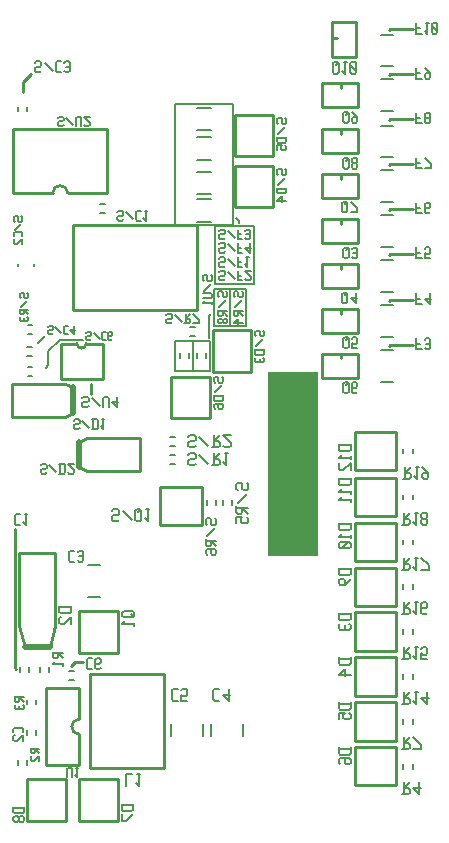
<source format=gbr>
G04 start of page 9 for group -4078 idx -4078 *
G04 Title: (unknown), bottomsilk *
G04 Creator: pcb 20110918 *
G04 CreationDate: Tue 21 Aug 2012 15:57:03 GMT UTC *
G04 For: rob *
G04 Format: Gerber/RS-274X *
G04 PCB-Dimensions: 157480 283465 *
G04 PCB-Coordinate-Origin: lower left *
%MOIN*%
%FSLAX25Y25*%
%LNBOTTOMSILK*%
%ADD112C,0.0098*%
%ADD111C,0.0200*%
%ADD110C,0.0080*%
%ADD109C,0.0100*%
%ADD108C,0.0079*%
%ADD107C,0.0001*%
G54D107*G36*
X86853Y92467D02*Y153775D01*
X103359D01*
Y92467D01*
X86853D01*
G37*
G54D108*X76968Y203545D02*Y204332D01*
X69291Y202560D02*Y183466D01*
X82283Y183269D02*Y202560D01*
X69291Y183269D02*X82283D01*
X76969Y204331D02*X76182Y205118D01*
X75197Y202757D02*X55905D01*
X82283Y202560D02*X69291D01*
X75197Y243111D02*Y202757D01*
X55905Y243111D02*X75197D01*
G54D109*X7874Y253150D02*X5118Y250394D01*
Y247245D01*
G54D108*X55905Y202757D02*Y243111D01*
G54D109*X22441Y57087D02*X21260Y55906D01*
X2362Y101575D02*Y55119D01*
X2756Y54725D01*
X25197Y57087D02*X22441D01*
G54D108*X55905Y164371D02*Y154135D01*
X67323D02*Y164371D01*
X61811D02*Y154135D01*
X55905D02*X67323D01*
X13582Y156104D02*X12795Y155317D01*
G54D109*X27953Y146457D02*Y150000D01*
G54D108*X13582Y160828D02*Y156104D01*
X17323Y164568D02*X13582Y160828D01*
X25197Y164568D02*X17323D01*
X12402Y165749D02*X10040Y163387D01*
X67126Y172640D02*X67716Y173230D01*
X67126Y165356D02*Y172640D01*
X68897Y169096D02*Y181694D01*
X67323Y164371D02*X55905D01*
X79527Y169096D02*X68897D01*
X79527Y181694D02*Y169096D01*
X68897Y181694D02*X79527D01*
X74212D02*Y169096D01*
G54D109*X135039Y162993D02*X127559D01*
X127165Y162599D01*
X135039Y177953D02*X127559D01*
X127165Y177559D01*
X135039Y193308D02*X127559D01*
X127165Y192914D01*
X135039Y208268D02*X127559D01*
X127165Y207874D01*
X135039Y223229D02*X127559D01*
X127165Y222835D01*
X135039Y238189D02*X127558D01*
X135039Y253150D02*X127559D01*
X127165Y252756D01*
X135039Y268111D02*X127559D01*
X127165Y267717D01*
X127558Y238189D02*X127165Y237796D01*
X115672Y31002D02*X129572D01*
X115672Y43802D02*Y31002D01*
Y43802D02*X129572D01*
Y31002D01*
X115672Y16041D02*X129572D01*
X115672Y28841D02*Y16041D01*
Y28841D02*X129572D01*
Y16041D01*
G54D110*X78543Y36614D02*Y32678D01*
X67915Y36614D02*Y32678D01*
X65157Y36614D02*Y32678D01*
X54529Y36614D02*Y32678D01*
G54D108*X134973Y38189D02*Y36615D01*
X131957Y38189D02*Y36615D01*
X134973Y53150D02*Y51576D01*
X131957Y53150D02*Y51576D01*
X134973Y23228D02*Y21654D01*
X131957Y23228D02*Y21654D01*
G54D109*X104773Y250063D02*X116673D01*
Y242063D01*
X104773D02*X116673D01*
X104773Y250063D02*Y242063D01*
X111273Y250063D02*Y248563D01*
G54D110*X124410Y255710D02*X128346D01*
X124410Y266338D02*X128346D01*
G54D109*X108203Y270609D02*Y258709D01*
Y270609D02*X116203D01*
Y258709D01*
X108203D02*X116203D01*
X108203Y265209D02*X109703D01*
G54D110*X124410Y210434D02*X128346D01*
X124410Y221062D02*X128346D01*
X124410Y195474D02*X128346D01*
X124410Y206102D02*X128346D01*
X124410Y240749D02*X128346D01*
X124410Y251377D02*X128346D01*
X124410Y225395D02*X128346D01*
X124410Y236023D02*X128346D01*
G54D109*X104773Y204788D02*X116673D01*
Y196788D01*
X104773D02*X116673D01*
X104773Y204788D02*Y196788D01*
X111273Y204788D02*Y203288D01*
X104773Y189827D02*X116673D01*
Y181827D01*
X104773D02*X116673D01*
X104773Y189827D02*Y181827D01*
X111273Y189827D02*Y188327D01*
X104773Y174867D02*X116673D01*
Y166867D01*
X104773D02*X116673D01*
X104773Y174867D02*Y166867D01*
X111273Y174867D02*Y173367D01*
X104773Y159906D02*X116673D01*
Y151906D01*
X104773D02*X116673D01*
X104773Y159906D02*Y151906D01*
X111273Y159906D02*Y158406D01*
G54D110*X124410Y150592D02*X128346D01*
X124410Y161220D02*X128346D01*
X124410Y180513D02*X128346D01*
X124410Y191141D02*X128346D01*
X124410Y165553D02*X128346D01*
X124410Y176181D02*X128346D01*
G54D109*X88486Y225744D02*X75686D01*
X88486Y239644D02*Y225744D01*
X75686Y239644D02*X88486D01*
X75686Y225744D02*Y239644D01*
X104773Y234709D02*X116673D01*
Y226709D01*
X104773D02*X116673D01*
X104773Y234709D02*Y226709D01*
X111273Y234709D02*Y233209D01*
X81239Y153962D02*X68439D01*
X81239Y167862D02*Y153962D01*
X68439Y167862D02*X81239D01*
X68439Y153962D02*Y167862D01*
X104773Y219748D02*X116673D01*
Y211748D01*
X104773D02*X116673D01*
X104773Y219748D02*Y211748D01*
X111273Y219748D02*Y218248D01*
X75686Y222683D02*X88486D01*
X75686D02*Y208783D01*
X88486D01*
Y222683D02*Y208783D01*
G54D110*X63188Y224608D02*X67912D01*
X63188Y232088D02*X67912D01*
X63188Y234450D02*X67912D01*
X63188Y241930D02*X67912D01*
X63188Y203938D02*X67912D01*
X63188Y211418D02*X67912D01*
X63188Y213189D02*X67912D01*
X63188Y220669D02*X67912D01*
G54D108*X134973Y68110D02*Y66536D01*
X131957Y68110D02*Y66536D01*
X134973Y83071D02*Y81497D01*
X131957Y83071D02*Y81497D01*
X134973Y98032D02*Y96458D01*
X131957Y98032D02*Y96458D01*
X134973Y112992D02*Y111418D01*
X131957Y112992D02*Y111418D01*
X134973Y128346D02*Y126772D01*
X131957Y128346D02*Y126772D01*
G54D109*X50786Y115553D02*X64686D01*
Y102753D01*
X50786D02*X64686D01*
X50786Y115553D02*Y102753D01*
G54D108*X66405Y111257D02*Y109683D01*
X69421Y111257D02*Y109683D01*
X71917Y111257D02*Y109683D01*
X74933Y111257D02*Y109683D01*
X54098Y132218D02*X55672D01*
X54098Y129202D02*X55672D01*
X54098Y126312D02*X55672D01*
X54098Y123296D02*X55672D01*
G54D109*X115672Y105805D02*X129572D01*
X115672Y118605D02*Y105805D01*
Y118605D02*X129572D01*
Y105805D01*
X115672Y75884D02*X129572D01*
X115672Y88684D02*Y75884D01*
Y88684D02*X129572D01*
Y75884D01*
X115672Y60923D02*X129572D01*
X115672Y73723D02*Y60923D01*
Y73723D02*X129572D01*
Y60923D01*
X115672Y45963D02*X129572D01*
X115672Y58763D02*Y45963D01*
Y58763D02*X129572D01*
Y45963D01*
X115672Y90845D02*X129572D01*
X115672Y103645D02*Y90845D01*
Y103645D02*X129572D01*
Y90845D01*
X115672Y121159D02*X129572D01*
X115672Y133959D02*Y121159D01*
Y133959D02*X129572D01*
Y121159D01*
X54544Y152296D02*X67344D01*
X54544D02*Y138396D01*
X67344D01*
Y152296D02*Y138396D01*
G54D108*X66075Y160076D02*Y158502D01*
X63059Y160076D02*Y158502D01*
X60791Y165816D02*X62365D01*
X60791Y168832D02*X62365D01*
X60367Y160076D02*Y158502D01*
X57351Y160076D02*Y158502D01*
G54D109*X19129Y149989D02*X21729Y148789D01*
X1529Y149989D02*X19129D01*
X1529D02*Y138989D01*
X19129D01*
X21729Y140189D02*X19129Y138989D01*
G54D111*X21729Y148789D02*Y140189D01*
G54D108*X6460Y162139D02*X8034D01*
X6460Y159123D02*X8034D01*
X6693Y152430D02*X8267D01*
X6693Y155446D02*X8267D01*
X6694Y166603D02*X8268D01*
X6694Y169619D02*X8268D01*
G54D109*X17754Y163313D02*Y151513D01*
X31654D01*
Y163313D02*Y151513D01*
X26254Y163313D02*X31654D01*
X17754D02*X23154D01*
G75*G03X26154Y163313I1500J0D01*G01*
X63224Y202884D02*Y174384D01*
X21824Y202884D02*X63224D01*
X21824D02*Y174384D01*
X63224D01*
G54D111*X5637Y62107D02*X14049D01*
G54D109*X5637D02*X3937Y69107D01*
Y93407D02*Y69107D01*
Y93407D02*X15749D01*
Y69107D01*
X14049Y62107D02*X15749Y69107D01*
G54D110*X26773Y89566D02*X30709D01*
X26773Y78938D02*X30709D01*
G54D109*X23915Y74091D02*Y60191D01*
Y74091D02*X36715D01*
Y60191D01*
X23915D02*X36715D01*
X26540Y120879D02*X23940Y122079D01*
X44140Y120879D02*X26540D01*
X44140Y131879D02*Y120879D01*
X26540Y131879D02*X44140D01*
X23940Y130679D02*X26540Y131879D01*
G54D111*X23940Y122079D02*Y130679D01*
G54D108*X13713Y55512D02*Y53938D01*
X10697Y55512D02*Y53938D01*
G54D110*X3347Y189960D02*Y189174D01*
X8857Y189960D02*Y189174D01*
G54D109*X20019Y213511D02*X33085D01*
X1953D02*X15019D01*
X33085Y234723D02*Y213511D01*
X1953Y234723D02*X33085D01*
X1953D02*Y213511D01*
X20019D02*G75*G03X15019Y213511I-2500J0D01*G01*
G54D108*X3609Y242288D02*Y240714D01*
X6625Y242288D02*Y240714D01*
X30869Y209777D02*X32443D01*
X30869Y206761D02*X32443D01*
X3610Y24571D02*Y22997D01*
X6626Y24571D02*Y22997D01*
G54D109*X19355Y18087D02*Y4187D01*
X6555D02*X19355D01*
X6555Y18087D02*Y4187D01*
Y18087D02*X19355D01*
X36678D02*Y4187D01*
X23878D02*X36678D01*
X23878Y18087D02*Y4187D01*
Y18087D02*X36678D01*
G54D112*X51970Y53346D02*Y21850D01*
X27560D02*X51970D01*
X27560Y53346D02*Y21850D01*
Y53346D02*X51970D01*
G54D108*X6366Y44649D02*Y43075D01*
X9382Y44649D02*Y43075D01*
G54D109*X12918Y22821D02*X23894D01*
X12918Y48443D02*Y22821D01*
Y48443D02*X23894D01*
Y33132D02*Y22821D01*
Y48443D02*Y38132D01*
G75*G03X23894Y33132I0J-2500D01*G01*
G54D108*X20473Y51248D02*X22047D01*
X20473Y54264D02*X22047D01*
X7020Y55512D02*Y53938D01*
X4004Y55512D02*Y53938D01*
X9382Y34413D02*Y32839D01*
X6366Y34413D02*Y32839D01*
X68677Y150737D02*X69067Y150347D01*
X68677Y150737D02*Y151907D01*
X69067Y152297D02*X68677Y151907D01*
X69067Y152297D02*X69847D01*
X70237Y151907D01*
Y150737D02*Y151907D01*
Y150737D02*X70627Y150347D01*
X71407D01*
X71797Y150737D02*X71407Y150347D01*
X71797Y150737D02*Y151907D01*
X71407Y152297D02*X71797Y151907D01*
X71407Y149411D02*X69067Y147071D01*
X68677Y145745D02*X71797D01*
X68677Y144575D02*X69067Y144185D01*
X71407D01*
X71797Y144575D02*X71407Y144185D01*
X71797Y144575D02*Y146135D01*
X68677Y144575D02*Y146135D01*
Y142079D02*X69067Y141689D01*
X68677Y142079D02*Y142859D01*
X69067Y143249D02*X68677Y142859D01*
X69067Y143249D02*X71407D01*
X71797Y142859D01*
X70237Y142079D02*X70627Y141689D01*
X70237Y142079D02*Y143249D01*
X71797Y142079D02*Y142859D01*
Y142079D02*X71407Y141689D01*
X70627D02*X71407D01*
X26621Y142136D02*X27066Y142581D01*
X25286Y142136D02*X26621D01*
X24841Y142581D02*X25286Y142136D01*
X24841Y142581D02*Y143471D01*
X25286Y143916D01*
X26621D01*
X27066Y144361D01*
Y145251D01*
X26621Y145696D02*X27066Y145251D01*
X25286Y145696D02*X26621D01*
X24841Y145251D02*X25286Y145696D01*
X28134Y145251D02*X30804Y142581D01*
X31872Y142136D02*Y145251D01*
X32317Y145696D01*
X33207D01*
X33652Y145251D01*
Y142136D02*Y145251D01*
X34720Y143916D02*X36500Y142136D01*
X34720Y143916D02*X36945D01*
X36500Y142136D02*Y145696D01*
X111860Y147306D02*Y149976D01*
Y147306D02*X112305Y146861D01*
X113195D01*
X113640Y147306D01*
Y149976D01*
X113195Y150421D02*X113640Y149976D01*
X112305Y150421D02*X113195D01*
X111860Y149976D02*X112305Y150421D01*
X112750Y149531D02*X113640Y150421D01*
X116043Y146861D02*X116488Y147306D01*
X115153Y146861D02*X116043D01*
X114708Y147306D02*X115153Y146861D01*
X114708Y147306D02*Y149976D01*
X115153Y150421D01*
X116043Y148641D02*X116488Y149086D01*
X114708Y148641D02*X116043D01*
X115153Y150421D02*X116043D01*
X116488Y149976D01*
Y149086D02*Y149976D01*
X23608Y134956D02*X23998Y135346D01*
X22438Y134956D02*X23608D01*
X22048Y135346D02*X22438Y134956D01*
X22048Y135346D02*Y136126D01*
X22438Y136516D01*
X23608D01*
X23998Y136906D01*
Y137686D01*
X23608Y138076D02*X23998Y137686D01*
X22438Y138076D02*X23608D01*
X22048Y137686D02*X22438Y138076D01*
X24934Y137686D02*X27274Y135346D01*
X28600Y134956D02*Y138076D01*
X29770Y134956D02*X30160Y135346D01*
Y137686D01*
X29770Y138076D02*X30160Y137686D01*
X28210Y138076D02*X29770D01*
X28210Y134956D02*X29770D01*
X31486Y138076D02*X32266D01*
X31876Y134956D02*Y138076D01*
X31096Y135736D02*X31876Y134956D01*
X64993Y184696D02*X65383Y184306D01*
X64993Y184696D02*Y185866D01*
X65383Y186256D02*X64993Y185866D01*
X65383Y186256D02*X66163D01*
X66553Y185866D01*
Y184696D02*Y185866D01*
Y184696D02*X66943Y184306D01*
X67723D01*
X68113Y184696D02*X67723Y184306D01*
X68113Y184696D02*Y185866D01*
X67723Y186256D02*X68113Y185866D01*
X67723Y183370D02*X65383Y181030D01*
X64993Y180094D02*X67723D01*
X68113Y179704D01*
Y178924D02*Y179704D01*
Y178924D02*X67723Y178534D01*
X64993D02*X67723D01*
X68113Y176428D02*Y177208D01*
X64993Y176818D02*X68113D01*
X65773Y177598D02*X64993Y176818D01*
X62237Y128757D02*X62737Y129257D01*
X60737Y128757D02*X62237D01*
X60237Y129257D02*X60737Y128757D01*
X60237Y129257D02*Y130257D01*
X60737Y130757D01*
X62237D01*
X62737Y131257D01*
Y132257D01*
X62237Y132757D02*X62737Y132257D01*
X60737Y132757D02*X62237D01*
X60237Y132257D02*X60737Y132757D01*
X63937Y132257D02*X66937Y129257D01*
X68137Y128757D02*X70137D01*
X70637Y129257D01*
Y130257D01*
X70137Y130757D02*X70637Y130257D01*
X68637Y130757D02*X70137D01*
X68637Y128757D02*Y132757D01*
Y130757D02*X70637Y132757D01*
X71837Y129257D02*X72337Y128757D01*
X73837D01*
X74337Y129257D01*
Y130257D01*
X71837Y132757D02*X74337Y130257D01*
X71837Y132757D02*X74337D01*
X75385Y179150D02*X75775Y178760D01*
X75385Y179150D02*Y180320D01*
X75775Y180710D02*X75385Y180320D01*
X75775Y180710D02*X76555D01*
X76945Y180320D01*
Y179150D02*Y180320D01*
Y179150D02*X77335Y178760D01*
X78115D01*
X78505Y179150D02*X78115Y178760D01*
X78505Y179150D02*Y180320D01*
X78115Y180710D02*X78505Y180320D01*
X78115Y177824D02*X75775Y175484D01*
X75385Y172988D02*Y174548D01*
Y172988D02*X75775Y172598D01*
X76555D01*
X76945Y172988D02*X76555Y172598D01*
X76945Y172988D02*Y174158D01*
X75385D02*X78505D01*
X76945D02*X78505Y172598D01*
X76945Y171662D02*X75385Y170102D01*
X76945Y169712D02*Y171662D01*
X75385Y170102D02*X78505D01*
X82498Y166134D02*X82888Y165744D01*
X82498Y166134D02*Y167304D01*
X82888Y167694D02*X82498Y167304D01*
X82888Y167694D02*X83668D01*
X84058Y167304D01*
Y166134D02*Y167304D01*
Y166134D02*X84448Y165744D01*
X85228D01*
X85618Y166134D02*X85228Y165744D01*
X85618Y166134D02*Y167304D01*
X85228Y167694D02*X85618Y167304D01*
X85228Y164808D02*X82888Y162468D01*
X82498Y161142D02*X85618D01*
X82498Y159972D02*X82888Y159582D01*
X85228D01*
X85618Y159972D02*X85228Y159582D01*
X85618Y159972D02*Y161532D01*
X82498Y159972D02*Y161532D01*
X82888Y158646D02*X82498Y158256D01*
Y157476D02*Y158256D01*
Y157476D02*X82888Y157086D01*
X85228D01*
X85618Y157476D02*X85228Y157086D01*
X85618Y157476D02*Y158256D01*
X85228Y158646D02*X85618Y158256D01*
X84058Y157086D02*Y158256D01*
X89822Y236871D02*X90212Y236481D01*
X89822Y236871D02*Y238041D01*
X90212Y238431D02*X89822Y238041D01*
X90212Y238431D02*X90992D01*
X91382Y238041D01*
Y236871D02*Y238041D01*
Y236871D02*X91772Y236481D01*
X92552D01*
X92942Y236871D02*X92552Y236481D01*
X92942Y236871D02*Y238041D01*
X92552Y238431D02*X92942Y238041D01*
X92552Y235545D02*X90212Y233205D01*
X89822Y231879D02*X92942D01*
X89822Y230709D02*X90212Y230319D01*
X92552D01*
X92942Y230709D02*X92552Y230319D01*
X92942Y230709D02*Y232269D01*
X89822Y230709D02*Y232269D01*
Y227823D02*Y229383D01*
X91382D01*
X90992Y228993D01*
Y228213D02*Y228993D01*
Y228213D02*X91382Y227823D01*
X92552D01*
X92942Y228213D02*X92552Y227823D01*
X92942Y228213D02*Y228993D01*
X92552Y229383D02*X92942Y228993D01*
X111860Y237461D02*Y240131D01*
Y237461D02*X112305Y237016D01*
X113195D01*
X113640Y237461D01*
Y240131D01*
X113195Y240576D02*X113640Y240131D01*
X112305Y240576D02*X113195D01*
X111860Y240131D02*X112305Y240576D01*
X112750Y239686D02*X113640Y240576D01*
X114708D02*X116488Y238796D01*
Y237461D02*Y238796D01*
X116043Y237016D02*X116488Y237461D01*
X115153Y237016D02*X116043D01*
X114708Y237461D02*X115153Y237016D01*
X114708Y237461D02*Y238351D01*
X115153Y238796D01*
X116488D01*
X136219Y266638D02*Y270198D01*
Y266638D02*X137999D01*
X136219Y268418D02*X137554D01*
X139512Y270198D02*X140402D01*
X139957Y266638D02*Y270198D01*
X139067Y267528D02*X139957Y266638D01*
X141470Y269753D02*X141915Y270198D01*
X141470Y267083D02*Y269753D01*
Y267083D02*X141915Y266638D01*
X142805D01*
X143250Y267083D01*
Y269753D01*
X142805Y270198D02*X143250Y269753D01*
X141915Y270198D02*X142805D01*
X141470Y269308D02*X143250Y267528D01*
X136220Y251677D02*Y255237D01*
Y251677D02*X138000D01*
X136220Y253457D02*X137555D01*
X139068Y255237D02*X140848Y253457D01*
Y252122D02*Y253457D01*
X140403Y251677D02*X140848Y252122D01*
X139513Y251677D02*X140403D01*
X139068Y252122D02*X139513Y251677D01*
X139068Y252122D02*Y253012D01*
X139513Y253457D01*
X140848D01*
X108315Y253769D02*Y256769D01*
Y253769D02*X108815Y253269D01*
X109815D01*
X110315Y253769D01*
Y256769D01*
X109815Y257269D02*X110315Y256769D01*
X108815Y257269D02*X109815D01*
X108315Y256769D02*X108815Y257269D01*
X109315Y256269D02*X110315Y257269D01*
X112015D02*X113015D01*
X112515Y253269D02*Y257269D01*
X111515Y254269D02*X112515Y253269D01*
X114215Y256769D02*X114715Y257269D01*
X114215Y253769D02*Y256769D01*
Y253769D02*X114715Y253269D01*
X115715D01*
X116215Y253769D01*
Y256769D01*
X115715Y257269D02*X116215Y256769D01*
X114715Y257269D02*X115715D01*
X114215Y256269D02*X116215Y254269D01*
X136220Y236717D02*Y240277D01*
Y236717D02*X138000D01*
X136220Y238497D02*X137555D01*
X139068Y239832D02*X139513Y240277D01*
X139068Y238942D02*Y239832D01*
Y238942D02*X139513Y238497D01*
X140403D01*
X140848Y238942D01*
Y239832D01*
X140403Y240277D02*X140848Y239832D01*
X139513Y240277D02*X140403D01*
X139068Y238052D02*X139513Y238497D01*
X139068Y237162D02*Y238052D01*
Y237162D02*X139513Y236717D01*
X140403D01*
X140848Y237162D01*
Y238052D01*
X140403Y238497D02*X140848Y238052D01*
X136219Y221756D02*Y225316D01*
Y221756D02*X137999D01*
X136219Y223536D02*X137554D01*
X139067Y225316D02*X141292Y223091D01*
Y221756D02*Y223091D01*
X139067Y221756D02*X141292D01*
X136221Y206796D02*Y210356D01*
Y206796D02*X138001D01*
X136221Y208576D02*X137556D01*
X140404Y206796D02*X140849Y207241D01*
X139514Y206796D02*X140404D01*
X139069Y207241D02*X139514Y206796D01*
X139069Y207241D02*Y209911D01*
X139514Y210356D01*
X140404Y208576D02*X140849Y209021D01*
X139069Y208576D02*X140404D01*
X139514Y210356D02*X140404D01*
X140849Y209911D01*
Y209021D02*Y209911D01*
X136221Y191834D02*Y195394D01*
Y191834D02*X138001D01*
X136221Y193614D02*X137556D01*
X139069Y191834D02*X140849D01*
X139069D02*Y193614D01*
X139514Y193169D01*
X140404D01*
X140849Y193614D01*
Y194949D01*
X140404Y195394D02*X140849Y194949D01*
X139514Y195394D02*X140404D01*
X139069Y194949D02*X139514Y195394D01*
X111467Y207541D02*Y210211D01*
Y207541D02*X111912Y207096D01*
X112802D01*
X113247Y207541D01*
Y210211D01*
X112802Y210656D02*X113247Y210211D01*
X111912Y210656D02*X112802D01*
X111467Y210211D02*X111912Y210656D01*
X112357Y209766D02*X113247Y210656D01*
X114315D02*X116540Y208431D01*
Y207096D02*Y208431D01*
X114315Y207096D02*X116540D01*
X111859Y222107D02*Y224777D01*
Y222107D02*X112304Y221662D01*
X113194D01*
X113639Y222107D01*
Y224777D01*
X113194Y225222D02*X113639Y224777D01*
X112304Y225222D02*X113194D01*
X111859Y224777D02*X112304Y225222D01*
X112749Y224332D02*X113639Y225222D01*
X114707Y224777D02*X115152Y225222D01*
X114707Y223887D02*Y224777D01*
Y223887D02*X115152Y223442D01*
X116042D01*
X116487Y223887D01*
Y224777D01*
X116042Y225222D02*X116487Y224777D01*
X115152Y225222D02*X116042D01*
X114707Y222997D02*X115152Y223442D01*
X114707Y222107D02*Y222997D01*
Y222107D02*X115152Y221662D01*
X116042D01*
X116487Y222107D01*
Y222997D01*
X116042Y223442D02*X116487Y222997D01*
X111861Y192186D02*Y194856D01*
Y192186D02*X112306Y191741D01*
X113196D01*
X113641Y192186D01*
Y194856D01*
X113196Y195301D02*X113641Y194856D01*
X112306Y195301D02*X113196D01*
X111861Y194856D02*X112306Y195301D01*
X112751Y194411D02*X113641Y195301D01*
X114709Y192186D02*X115154Y191741D01*
X116044D01*
X116489Y192186D01*
Y194856D01*
X116044Y195301D02*X116489Y194856D01*
X115154Y195301D02*X116044D01*
X114709Y194856D02*X115154Y195301D01*
Y193521D02*X116489D01*
X89820Y219941D02*X90210Y219551D01*
X89820Y219941D02*Y221111D01*
X90210Y221501D02*X89820Y221111D01*
X90210Y221501D02*X90990D01*
X91380Y221111D01*
Y219941D02*Y221111D01*
Y219941D02*X91770Y219551D01*
X92550D01*
X92940Y219941D02*X92550Y219551D01*
X92940Y219941D02*Y221111D01*
X92550Y221501D02*X92940Y221111D01*
X92550Y218615D02*X90210Y216275D01*
X89820Y214949D02*X92940D01*
X89820Y213779D02*X90210Y213389D01*
X92550D01*
X92940Y213779D02*X92550Y213389D01*
X92940Y213779D02*Y215339D01*
X89820Y213779D02*Y215339D01*
X91380Y212453D02*X89820Y210893D01*
X91380Y210503D02*Y212453D01*
X89820Y210893D02*X92940D01*
X18261Y235826D02*X18651Y236216D01*
X17091Y235826D02*X18261D01*
X16701Y236216D02*X17091Y235826D01*
X16701Y236216D02*Y236996D01*
X17091Y237386D01*
X18261D01*
X18651Y237776D01*
Y238556D01*
X18261Y238946D02*X18651Y238556D01*
X17091Y238946D02*X18261D01*
X16701Y238556D02*X17091Y238946D01*
X19587Y238556D02*X21927Y236216D01*
X22863Y235826D02*Y238556D01*
X23253Y238946D01*
X24033D01*
X24423Y238556D01*
Y235826D02*Y238556D01*
X25359Y236216D02*X25749Y235826D01*
X26919D01*
X27309Y236216D01*
Y236996D01*
X25359Y238946D02*X27309Y236996D01*
X25359Y238946D02*X27309D01*
X10834Y253843D02*X11279Y254288D01*
X9499Y253843D02*X10834D01*
X9054Y254288D02*X9499Y253843D01*
X9054Y254288D02*Y255178D01*
X9499Y255623D01*
X10834D01*
X11279Y256068D01*
Y256958D01*
X10834Y257403D02*X11279Y256958D01*
X9499Y257403D02*X10834D01*
X9054Y256958D02*X9499Y257403D01*
X12347Y256958D02*X15017Y254288D01*
X16530Y257403D02*X17865D01*
X16085Y256958D02*X16530Y257403D01*
X16085Y254288D02*Y256958D01*
Y254288D02*X16530Y253843D01*
X17865D01*
X18933Y254288D02*X19378Y253843D01*
X20268D01*
X20713Y254288D01*
Y256958D01*
X20268Y257403D02*X20713Y256958D01*
X19378Y257403D02*X20268D01*
X18933Y256958D02*X19378Y257403D01*
Y255623D02*X20713D01*
X136220Y176481D02*Y180041D01*
Y176481D02*X138000D01*
X136220Y178261D02*X137555D01*
X139068D02*X140848Y176481D01*
X139068Y178261D02*X141293D01*
X140848Y176481D02*Y180041D01*
X136220Y161520D02*Y165080D01*
Y161520D02*X138000D01*
X136220Y163300D02*X137555D01*
X139068Y161965D02*X139513Y161520D01*
X140403D01*
X140848Y161965D01*
Y164635D01*
X140403Y165080D02*X140848Y164635D01*
X139513Y165080D02*X140403D01*
X139068Y164635D02*X139513Y165080D01*
Y163300D02*X140848D01*
X111466Y177224D02*Y179894D01*
Y177224D02*X111911Y176779D01*
X112801D01*
X113246Y177224D01*
Y179894D01*
X112801Y180339D02*X113246Y179894D01*
X111911Y180339D02*X112801D01*
X111466Y179894D02*X111911Y180339D01*
X112356Y179449D02*X113246Y180339D01*
X114314Y178559D02*X116094Y176779D01*
X114314Y178559D02*X116539D01*
X116094Y176779D02*Y180339D01*
X111860Y162266D02*Y164936D01*
Y162266D02*X112305Y161821D01*
X113195D01*
X113640Y162266D01*
Y164936D01*
X113195Y165381D02*X113640Y164936D01*
X112305Y165381D02*X113195D01*
X111860Y164936D02*X112305Y165381D01*
X112750Y164491D02*X113640Y165381D01*
X114708Y161821D02*X116488D01*
X114708D02*Y163601D01*
X115153Y163156D01*
X116043D01*
X116488Y163601D01*
Y164936D01*
X116043Y165381D02*X116488Y164936D01*
X115153Y165381D02*X116043D01*
X114708Y164936D02*X115153Y165381D01*
X72031Y198222D02*X72421Y198612D01*
X70861Y198222D02*X72031D01*
X70471Y198612D02*X70861Y198222D01*
X70471Y198612D02*Y199392D01*
X70861Y199782D01*
X72031D01*
X72421Y200172D01*
Y200952D01*
X72031Y201342D02*X72421Y200952D01*
X70861Y201342D02*X72031D01*
X70471Y200952D02*X70861Y201342D01*
X73357Y200952D02*X75697Y198612D01*
X76633Y198222D02*Y201342D01*
Y198222D02*X78193D01*
X76633Y199782D02*X77803D01*
X79129Y198612D02*X79519Y198222D01*
X80299D01*
X80689Y198612D01*
Y200952D01*
X80299Y201342D02*X80689Y200952D01*
X79519Y201342D02*X80299D01*
X79129Y200952D02*X79519Y201342D01*
Y199782D02*X80689D01*
X72032Y184442D02*X72422Y184832D01*
X70862Y184442D02*X72032D01*
X70472Y184832D02*X70862Y184442D01*
X70472Y184832D02*Y185612D01*
X70862Y186002D01*
X72032D01*
X72422Y186392D01*
Y187172D01*
X72032Y187562D02*X72422Y187172D01*
X70862Y187562D02*X72032D01*
X70472Y187172D02*X70862Y187562D01*
X73358Y187172D02*X75698Y184832D01*
X76634Y184442D02*Y187562D01*
Y184442D02*X78194D01*
X76634Y186002D02*X77804D01*
X79130Y184832D02*X79520Y184442D01*
X80690D01*
X81080Y184832D01*
Y185612D01*
X79130Y187562D02*X81080Y185612D01*
X79130Y187562D02*X81080D01*
X38175Y204324D02*X38565Y204714D01*
X37005Y204324D02*X38175D01*
X36615Y204714D02*X37005Y204324D01*
X36615Y204714D02*Y205494D01*
X37005Y205884D01*
X38175D01*
X38565Y206274D01*
Y207054D01*
X38175Y207444D02*X38565Y207054D01*
X37005Y207444D02*X38175D01*
X36615Y207054D02*X37005Y207444D01*
X39501Y207054D02*X41841Y204714D01*
X43167Y207444D02*X44337D01*
X42777Y207054D02*X43167Y207444D01*
X42777Y204714D02*Y207054D01*
Y204714D02*X43167Y204324D01*
X44337D01*
X45663Y207444D02*X46443D01*
X46053Y204324D02*Y207444D01*
X45273Y205104D02*X46053Y204324D01*
X54316Y170072D02*X54706Y170462D01*
X53146Y170072D02*X54316D01*
X52756Y170462D02*X53146Y170072D01*
X52756Y170462D02*Y171242D01*
X53146Y171632D01*
X54316D01*
X54706Y172022D01*
Y172802D01*
X54316Y173192D02*X54706Y172802D01*
X53146Y173192D02*X54316D01*
X52756Y172802D02*X53146Y173192D01*
X55642Y172802D02*X57982Y170462D01*
X58918Y170072D02*X60478D01*
X60868Y170462D01*
Y171242D01*
X60478Y171632D02*X60868Y171242D01*
X59308Y171632D02*X60478D01*
X59308Y170072D02*Y173192D01*
Y171632D02*X60868Y173192D01*
X61804D02*X63754Y171242D01*
Y170072D02*Y171242D01*
X61804Y170072D02*X63754D01*
X70071Y179150D02*X70461Y178760D01*
X70071Y179150D02*Y180320D01*
X70461Y180710D02*X70071Y180320D01*
X70461Y180710D02*X71241D01*
X71631Y180320D01*
Y179150D02*Y180320D01*
Y179150D02*X72021Y178760D01*
X72801D01*
X73191Y179150D02*X72801Y178760D01*
X73191Y179150D02*Y180320D01*
X72801Y180710D02*X73191Y180320D01*
X72801Y177824D02*X70461Y175484D01*
X70071Y172988D02*Y174548D01*
Y172988D02*X70461Y172598D01*
X71241D01*
X71631Y172988D02*X71241Y172598D01*
X71631Y172988D02*Y174158D01*
X70071D02*X73191D01*
X71631D02*X73191Y172598D01*
X72801Y171662D02*X73191Y171272D01*
X72021Y171662D02*X72801D01*
X72021D02*X71631Y171272D01*
Y170492D02*Y171272D01*
Y170492D02*X72021Y170102D01*
X72801D01*
X73191Y170492D02*X72801Y170102D01*
X73191Y170492D02*Y171272D01*
X71241Y171662D02*X71631Y171272D01*
X70461Y171662D02*X71241D01*
X70461D02*X70071Y171272D01*
Y170492D02*Y171272D01*
Y170492D02*X70461Y170102D01*
X71241D01*
X71631Y170492D02*X71241Y170102D01*
X72031Y193694D02*X72421Y194084D01*
X70861Y193694D02*X72031D01*
X70471Y194084D02*X70861Y193694D01*
X70471Y194084D02*Y194864D01*
X70861Y195254D01*
X72031D01*
X72421Y195644D01*
Y196424D01*
X72031Y196814D02*X72421Y196424D01*
X70861Y196814D02*X72031D01*
X70471Y196424D02*X70861Y196814D01*
X73357Y196424D02*X75697Y194084D01*
X76633Y193694D02*Y196814D01*
Y193694D02*X78193D01*
X76633Y195254D02*X77803D01*
X79129D02*X80689Y193694D01*
X79129Y195254D02*X81079D01*
X80689Y193694D02*Y196814D01*
X72030Y188969D02*X72420Y189359D01*
X70860Y188969D02*X72030D01*
X70470Y189359D02*X70860Y188969D01*
X70470Y189359D02*Y190139D01*
X70860Y190529D01*
X72030D01*
X72420Y190919D01*
Y191699D01*
X72030Y192089D02*X72420Y191699D01*
X70860Y192089D02*X72030D01*
X70470Y191699D02*X70860Y192089D01*
X73356Y191699D02*X75696Y189359D01*
X76632Y188969D02*Y192089D01*
Y188969D02*X78192D01*
X76632Y190529D02*X77802D01*
X79518Y192089D02*X80298D01*
X79908Y188969D02*Y192089D01*
X79128Y189749D02*X79908Y188969D01*
X14726Y166616D02*X15061Y166951D01*
X13721Y166616D02*X14726D01*
X13386Y166951D02*X13721Y166616D01*
X13386Y166951D02*Y167621D01*
X13721Y167956D01*
X14726D01*
X15061Y168291D01*
Y168961D01*
X14726Y169296D02*X15061Y168961D01*
X13721Y169296D02*X14726D01*
X13386Y168961D02*X13721Y169296D01*
X15865Y168961D02*X17875Y166951D01*
X19014Y169296D02*X20019D01*
X18679Y168961D02*X19014Y169296D01*
X18679Y166951D02*Y168961D01*
Y166951D02*X19014Y166616D01*
X20019D01*
X20823Y167956D02*X22163Y166616D01*
X20823Y167956D02*X22498D01*
X22163Y166616D02*Y169296D01*
X27521Y164647D02*X27856Y164982D01*
X26516Y164647D02*X27521D01*
X26181Y164982D02*X26516Y164647D01*
X26181Y164982D02*Y165652D01*
X26516Y165987D01*
X27521D01*
X27856Y166322D01*
Y166992D01*
X27521Y167327D02*X27856Y166992D01*
X26516Y167327D02*X27521D01*
X26181Y166992D02*X26516Y167327D01*
X28660Y166992D02*X30670Y164982D01*
X31809Y167327D02*X32814D01*
X31474Y166992D02*X31809Y167327D01*
X31474Y164982D02*Y166992D01*
Y164982D02*X31809Y164647D01*
X32814D01*
X34623D02*X34958Y164982D01*
X33953Y164647D02*X34623D01*
X33618Y164982D02*X33953Y164647D01*
X33618Y164982D02*Y166992D01*
X33953Y167327D01*
X34623Y165987D02*X34958Y166322D01*
X33618Y165987D02*X34623D01*
X33953Y167327D02*X34623D01*
X34958Y166992D01*
Y166322D02*Y166992D01*
X4015Y178779D02*X4350Y178444D01*
X4015Y178779D02*Y179784D01*
X4350Y180119D02*X4015Y179784D01*
X4350Y180119D02*X5020D01*
X5355Y179784D01*
Y178779D02*Y179784D01*
Y178779D02*X5690Y178444D01*
X6360D01*
X6695Y178779D02*X6360Y178444D01*
X6695Y178779D02*Y179784D01*
X6360Y180119D02*X6695Y179784D01*
X6360Y177640D02*X4350Y175630D01*
X4015Y173486D02*Y174826D01*
Y173486D02*X4350Y173151D01*
X5020D01*
X5355Y173486D02*X5020Y173151D01*
X5355Y173486D02*Y174491D01*
X4015D02*X6695D01*
X5355D02*X6695Y173151D01*
X4350Y172347D02*X4015Y172012D01*
Y171342D02*Y172012D01*
Y171342D02*X4350Y171007D01*
X6360D01*
X6695Y171342D02*X6360Y171007D01*
X6695Y171342D02*Y172012D01*
X6360Y172347D02*X6695Y172012D01*
X5355Y171007D02*Y172012D01*
X2047Y204371D02*X2382Y204036D01*
X2047Y204371D02*Y205376D01*
X2382Y205711D02*X2047Y205376D01*
X2382Y205711D02*X3052D01*
X3387Y205376D01*
Y204371D02*Y205376D01*
Y204371D02*X3722Y204036D01*
X4392D01*
X4727Y204371D02*X4392Y204036D01*
X4727Y204371D02*Y205376D01*
X4392Y205711D02*X4727Y205376D01*
X4392Y203232D02*X2382Y201222D01*
X4727Y199078D02*Y200083D01*
X4392Y200418D02*X4727Y200083D01*
X2382Y200418D02*X4392D01*
X2382D02*X2047Y200083D01*
Y199078D02*Y200083D01*
X2382Y198274D02*X2047Y197939D01*
Y196934D02*Y197939D01*
Y196934D02*X2382Y196599D01*
X3052D01*
X4727Y198274D02*X3052Y196599D01*
X4727D02*Y198274D01*
X110317Y28286D02*X114317D01*
X110317Y26786D02*X110817Y26286D01*
X113817D01*
X114317Y26786D02*X113817Y26286D01*
X114317Y26786D02*Y28786D01*
X110317Y26786D02*Y28786D01*
Y23586D02*X110817Y23086D01*
X110317Y23586D02*Y24586D01*
X110817Y25086D02*X110317Y24586D01*
X110817Y25086D02*X113817D01*
X114317Y24586D01*
X112317Y23586D02*X112817Y23086D01*
X112317Y23586D02*Y25086D01*
X114317Y23586D02*Y24586D01*
Y23586D02*X113817Y23086D01*
X112817D02*X113817D01*
X131497Y28167D02*X133497D01*
X133997Y28667D01*
Y29667D01*
X133497Y30167D02*X133997Y29667D01*
X131997Y30167D02*X133497D01*
X131997Y28167D02*Y32167D01*
Y30167D02*X133997Y32167D01*
X135197D02*X137697Y29667D01*
Y28167D02*Y29667D01*
X135197Y28167D02*X137697D01*
X110316Y43245D02*X114316D01*
X110316Y41745D02*X110816Y41245D01*
X113816D01*
X114316Y41745D02*X113816Y41245D01*
X114316Y41745D02*Y43745D01*
X110316Y41745D02*Y43745D01*
Y38045D02*Y40045D01*
X112316D01*
X111816Y39545D01*
Y38545D02*Y39545D01*
Y38545D02*X112316Y38045D01*
X113816D01*
X114316Y38545D02*X113816Y38045D01*
X114316Y38545D02*Y39545D01*
X113816Y40045D02*X114316Y39545D01*
X131495Y43127D02*X133495D01*
X133995Y43627D01*
Y44627D01*
X133495Y45127D02*X133995Y44627D01*
X131995Y45127D02*X133495D01*
X131995Y43127D02*Y47127D01*
Y45127D02*X133995Y47127D01*
X135695D02*X136695D01*
X136195Y43127D02*Y47127D01*
X135195Y44127D02*X136195Y43127D01*
X137895Y45127D02*X139895Y43127D01*
X137895Y45127D02*X140395D01*
X139895Y43127D02*Y47127D01*
X131495Y58087D02*X133495D01*
X133995Y58587D01*
Y59587D01*
X133495Y60087D02*X133995Y59587D01*
X131995Y60087D02*X133495D01*
X131995Y58087D02*Y62087D01*
Y60087D02*X133995Y62087D01*
X135695D02*X136695D01*
X136195Y58087D02*Y62087D01*
X135195Y59087D02*X136195Y58087D01*
X137895D02*X139895D01*
X137895D02*Y60087D01*
X138395Y59587D01*
X139395D01*
X139895Y60087D01*
Y61587D01*
X139395Y62087D02*X139895Y61587D01*
X138395Y62087D02*X139395D01*
X137895Y61587D02*X138395Y62087D01*
X110316Y58207D02*X114316D01*
X110316Y56707D02*X110816Y56207D01*
X113816D01*
X114316Y56707D02*X113816Y56207D01*
X114316Y56707D02*Y58707D01*
X110316Y56707D02*Y58707D01*
X112316Y55007D02*X110316Y53007D01*
X112316Y52507D02*Y55007D01*
X110316Y53007D02*X114316D01*
X69003Y48305D02*X70503D01*
X68503Y47805D02*X69003Y48305D01*
X68503Y44805D02*Y47805D01*
Y44805D02*X69003Y44305D01*
X70503D01*
X71703Y46305D02*X73703Y44305D01*
X71703Y46305D02*X74203D01*
X73703Y44305D02*Y48305D01*
X131497Y13204D02*X133497D01*
X133997Y13704D01*
Y14704D01*
X133497Y15204D02*X133997Y14704D01*
X131997Y15204D02*X133497D01*
X131997Y13204D02*Y17204D01*
Y15204D02*X133997Y17204D01*
X135197Y15204D02*X137197Y13204D01*
X135197Y15204D02*X137697D01*
X137197Y13204D02*Y17204D01*
X110317Y73169D02*X114317D01*
X110317Y71669D02*X110817Y71169D01*
X113817D01*
X114317Y71669D02*X113817Y71169D01*
X114317Y71669D02*Y73669D01*
X110317Y71669D02*Y73669D01*
X110817Y69969D02*X110317Y69469D01*
Y68469D02*Y69469D01*
Y68469D02*X110817Y67969D01*
X113817D01*
X114317Y68469D02*X113817Y67969D01*
X114317Y68469D02*Y69469D01*
X113817Y69969D02*X114317Y69469D01*
X112317Y67969D02*Y69469D01*
X131496Y73047D02*X133496D01*
X133996Y73547D01*
Y74547D01*
X133496Y75047D02*X133996Y74547D01*
X131996Y75047D02*X133496D01*
X131996Y73047D02*Y77047D01*
Y75047D02*X133996Y77047D01*
X135696D02*X136696D01*
X136196Y73047D02*Y77047D01*
X135196Y74047D02*X136196Y73047D01*
X139396D02*X139896Y73547D01*
X138396Y73047D02*X139396D01*
X137896Y73547D02*X138396Y73047D01*
X137896Y73547D02*Y76547D01*
X138396Y77047D01*
X139396Y75047D02*X139896Y75547D01*
X137896Y75047D02*X139396D01*
X138396Y77047D02*X139396D01*
X139896Y76547D01*
Y75547D02*Y76547D01*
X131496Y88008D02*X133496D01*
X133996Y88508D01*
Y89508D01*
X133496Y90008D02*X133996Y89508D01*
X131996Y90008D02*X133496D01*
X131996Y88008D02*Y92008D01*
Y90008D02*X133996Y92008D01*
X135696D02*X136696D01*
X136196Y88008D02*Y92008D01*
X135196Y89008D02*X136196Y88008D01*
X137896Y92008D02*X140396Y89508D01*
Y88008D02*Y89508D01*
X137896Y88008D02*X140396D01*
X131496Y102968D02*X133496D01*
X133996Y103468D01*
Y104468D01*
X133496Y104968D02*X133996Y104468D01*
X131996Y104968D02*X133496D01*
X131996Y102968D02*Y106968D01*
Y104968D02*X133996Y106968D01*
X135696D02*X136696D01*
X136196Y102968D02*Y106968D01*
X135196Y103968D02*X136196Y102968D01*
X137896Y106468D02*X138396Y106968D01*
X137896Y105468D02*Y106468D01*
Y105468D02*X138396Y104968D01*
X139396D01*
X139896Y105468D01*
Y106468D01*
X139396Y106968D02*X139896Y106468D01*
X138396Y106968D02*X139396D01*
X137896Y104468D02*X138396Y104968D01*
X137896Y103468D02*Y104468D01*
Y103468D02*X138396Y102968D01*
X139396D01*
X139896Y103468D01*
Y104468D01*
X139396Y104968D02*X139896Y104468D01*
X131889Y118324D02*X133889D01*
X134389Y118824D01*
Y119824D01*
X133889Y120324D02*X134389Y119824D01*
X132389Y120324D02*X133889D01*
X132389Y118324D02*Y122324D01*
Y120324D02*X134389Y122324D01*
X136089D02*X137089D01*
X136589Y118324D02*Y122324D01*
X135589Y119324D02*X136589Y118324D01*
X138289Y122324D02*X140289Y120324D01*
Y118824D02*Y120324D01*
X139789Y118324D02*X140289Y118824D01*
X138789Y118324D02*X139789D01*
X138289Y118824D02*X138789Y118324D01*
X138289Y118824D02*Y119824D01*
X138789Y120324D01*
X140289D01*
X110317Y88127D02*X114317D01*
X110317Y86627D02*X110817Y86127D01*
X113817D01*
X114317Y86627D02*X113817Y86127D01*
X114317Y86627D02*Y88627D01*
X110317Y86627D02*Y88627D01*
X114317Y84927D02*X112317Y82927D01*
X110817D02*X112317D01*
X110317Y83427D02*X110817Y82927D01*
X110317Y83427D02*Y84427D01*
X110817Y84927D02*X110317Y84427D01*
X110817Y84927D02*X111817D01*
X112317Y84427D01*
Y82927D02*Y84427D01*
X110316Y103088D02*X114316D01*
X110316Y101588D02*X110816Y101088D01*
X113816D01*
X114316Y101588D02*X113816Y101088D01*
X114316Y101588D02*Y103588D01*
X110316Y101588D02*Y103588D01*
X114316Y98388D02*Y99388D01*
X110316Y98888D02*X114316D01*
X111316Y99888D02*X110316Y98888D01*
X113816Y97188D02*X114316Y96688D01*
X110816Y97188D02*X113816D01*
X110816D02*X110316Y96688D01*
Y95688D02*Y96688D01*
Y95688D02*X110816Y95188D01*
X113816D01*
X114316Y95688D02*X113816Y95188D01*
X114316Y95688D02*Y96688D01*
X113316Y97188D02*X111316Y95188D01*
X76196Y115000D02*X76696Y114500D01*
X76196Y115000D02*Y116500D01*
X76696Y117000D02*X76196Y116500D01*
X76696Y117000D02*X77696D01*
X78196Y116500D01*
Y115000D02*Y116500D01*
Y115000D02*X78696Y114500D01*
X79696D01*
X80196Y115000D02*X79696Y114500D01*
X80196Y115000D02*Y116500D01*
X79696Y117000D02*X80196Y116500D01*
X79696Y113300D02*X76696Y110300D01*
X76196Y107100D02*Y109100D01*
Y107100D02*X76696Y106600D01*
X77696D01*
X78196Y107100D02*X77696Y106600D01*
X78196Y107100D02*Y108600D01*
X76196D02*X80196D01*
X78196D02*X80196Y106600D01*
X76196Y103400D02*Y105400D01*
X78196D01*
X77696Y104900D01*
Y103900D02*Y104900D01*
Y103900D02*X78196Y103400D01*
X79696D01*
X80196Y103900D02*X79696Y103400D01*
X80196Y103900D02*Y104900D01*
X79696Y105400D02*X80196Y104900D01*
X62237Y122852D02*X62737Y123352D01*
X60737Y122852D02*X62237D01*
X60237Y123352D02*X60737Y122852D01*
X60237Y123352D02*Y124352D01*
X60737Y124852D01*
X62237D01*
X62737Y125352D01*
Y126352D01*
X62237Y126852D02*X62737Y126352D01*
X60737Y126852D02*X62237D01*
X60237Y126352D02*X60737Y126852D01*
X63937Y126352D02*X66937Y123352D01*
X68137Y122852D02*X70137D01*
X70637Y123352D01*
Y124352D01*
X70137Y124852D02*X70637Y124352D01*
X68637Y124852D02*X70137D01*
X68637Y122852D02*Y126852D01*
Y124852D02*X70637Y126852D01*
X72337D02*X73337D01*
X72837Y122852D02*Y126852D01*
X71837Y123852D02*X72837Y122852D01*
X110316Y118049D02*X114316D01*
X110316Y116549D02*X110816Y116049D01*
X113816D01*
X114316Y116549D02*X113816Y116049D01*
X114316Y116549D02*Y118549D01*
X110316Y116549D02*Y118549D01*
X114316Y113349D02*Y114349D01*
X110316Y113849D02*X114316D01*
X111316Y114849D02*X110316Y113849D01*
X114316Y110649D02*Y111649D01*
X110316Y111149D02*X114316D01*
X111316Y112149D02*X110316Y111149D01*
X110317Y129467D02*X114317D01*
X110317Y127967D02*X110817Y127467D01*
X113817D01*
X114317Y127967D02*X113817Y127467D01*
X114317Y127967D02*Y129967D01*
X110317Y127967D02*Y129967D01*
X114317Y124767D02*Y125767D01*
X110317Y125267D02*X114317D01*
X111317Y126267D02*X110317Y125267D01*
X110817Y123567D02*X110317Y123067D01*
Y121567D02*Y123067D01*
Y121567D02*X110817Y121067D01*
X111817D01*
X114317Y123567D02*X111817Y121067D01*
X114317D02*Y123567D01*
X7757Y27168D02*Y28508D01*
Y27168D02*X8092Y26833D01*
X8762D01*
X9097Y27168D02*X8762Y26833D01*
X9097Y27168D02*Y28173D01*
X7757D02*X10437D01*
X9097D02*X10437Y26833D01*
X8092Y26029D02*X7757Y25694D01*
Y24689D02*Y25694D01*
Y24689D02*X8092Y24354D01*
X8762D01*
X10437Y26029D02*X8762Y24354D01*
X10437D02*Y26029D01*
X1902Y8586D02*X5462D01*
X1902Y7251D02*X2347Y6806D01*
X5017D01*
X5462Y7251D02*X5017Y6806D01*
X5462Y7251D02*Y9031D01*
X1902Y7251D02*Y9031D01*
X5017Y5738D02*X5462Y5293D01*
X4127Y5738D02*X5017D01*
X4127D02*X3682Y5293D01*
Y4403D02*Y5293D01*
Y4403D02*X4127Y3958D01*
X5017D01*
X5462Y4403D02*X5017Y3958D01*
X5462Y4403D02*Y5293D01*
X3237Y5738D02*X3682Y5293D01*
X2347Y5738D02*X3237D01*
X2347D02*X1902Y5293D01*
Y4403D02*Y5293D01*
Y4403D02*X2347Y3958D01*
X3237D01*
X3682Y4403D02*X3237Y3958D01*
X19852Y18894D02*Y21624D01*
X20242Y22014D01*
X21022D01*
X21412Y21624D01*
Y18894D02*Y21624D01*
X22738Y22014D02*X23518D01*
X23128Y18894D02*Y22014D01*
X22348Y19674D02*X23128Y18894D01*
X5081Y33712D02*Y34882D01*
X4691Y35272D02*X5081Y34882D01*
X2351Y35272D02*X4691D01*
X2351D02*X1961Y34882D01*
Y33712D02*Y34882D01*
X2351Y32776D02*X1961Y32386D01*
Y31216D02*Y32386D01*
Y31216D02*X2351Y30826D01*
X3131D01*
X5081Y32776D02*X3131Y30826D01*
X5081D02*Y32776D01*
X39567Y15963D02*Y19963D01*
X41567D01*
X43267D02*X44267D01*
X43767Y15963D02*Y19963D01*
X42767Y16963D02*X43767Y15963D01*
X38123Y9373D02*X41683D01*
X38123Y8038D02*X38568Y7593D01*
X41238D01*
X41683Y8038D02*X41238Y7593D01*
X41683Y8038D02*Y9818D01*
X38123Y8038D02*Y9818D01*
X41683Y6525D02*X39458Y4300D01*
X38123D02*X39458D01*
X38123D02*Y6525D01*
X55224Y48307D02*X56724D01*
X54724Y47807D02*X55224Y48307D01*
X54724Y44807D02*Y47807D01*
Y44807D02*X55224Y44307D01*
X56724D01*
X57924D02*X59924D01*
X57924D02*Y46307D01*
X58424Y45807D01*
X59424D01*
X59924Y46307D01*
Y47807D01*
X59424Y48307D02*X59924Y47807D01*
X58424Y48307D02*X59424D01*
X57924Y47807D02*X58424Y48307D01*
X26822Y58386D02*X28157D01*
X26377Y57941D02*X26822Y58386D01*
X26377Y55271D02*Y57941D01*
Y55271D02*X26822Y54826D01*
X28157D01*
X30560D02*X31005Y55271D01*
X29670Y54826D02*X30560D01*
X29225Y55271D02*X29670Y54826D01*
X29225Y55271D02*Y57941D01*
X29670Y58386D01*
X30560Y56606D02*X31005Y57051D01*
X29225Y56606D02*X30560D01*
X29670Y58386D02*X30560D01*
X31005Y57941D01*
Y57051D02*Y57941D01*
X2354Y44271D02*Y45831D01*
Y44271D02*X2744Y43881D01*
X3524D01*
X3914Y44271D02*X3524Y43881D01*
X3914Y44271D02*Y45441D01*
X2354D02*X5474D01*
X3914D02*X5474Y43881D01*
X2744Y42945D02*X2354Y42555D01*
Y41775D02*Y42555D01*
Y41775D02*X2744Y41385D01*
X5084D01*
X5474Y41775D02*X5084Y41385D01*
X5474Y41775D02*Y42555D01*
X5084Y42945D02*X5474Y42555D01*
X3914Y41385D02*Y42555D01*
X15063Y58851D02*Y60631D01*
Y58851D02*X15508Y58406D01*
X16398D01*
X16843Y58851D02*X16398Y58406D01*
X16843Y58851D02*Y60186D01*
X15063D02*X18623D01*
X16843D02*X18623Y58406D01*
Y56003D02*Y56893D01*
X15063Y56448D02*X18623D01*
X15953Y57338D02*X15063Y56448D01*
X17286Y75485D02*X21286D01*
X17286Y73985D02*X17786Y73485D01*
X20786D01*
X21286Y73985D02*X20786Y73485D01*
X21286Y73985D02*Y75985D01*
X17286Y73985D02*Y75985D01*
X17786Y72285D02*X17286Y71785D01*
Y70285D02*Y71785D01*
Y70285D02*X17786Y69785D01*
X18786D01*
X21286Y72285D02*X18786Y69785D01*
X21286D02*Y72285D01*
X20914Y94215D02*X22249D01*
X20469Y93770D02*X20914Y94215D01*
X20469Y91100D02*Y93770D01*
Y91100D02*X20914Y90655D01*
X22249D01*
X23317Y91100D02*X23762Y90655D01*
X24652D01*
X25097Y91100D01*
Y93770D01*
X24652Y94215D02*X25097Y93770D01*
X23762Y94215D02*X24652D01*
X23317Y93770D02*X23762Y94215D01*
Y92435D02*X25097D01*
X38770Y74061D02*X41770D01*
X38770D02*X38270Y73561D01*
Y72561D02*Y73561D01*
Y72561D02*X38770Y72061D01*
X41770D01*
X42270Y72561D02*X41770Y72061D01*
X42270Y72561D02*Y73561D01*
X41770Y74061D02*X42270Y73561D01*
X41270Y73061D02*X42270Y72061D01*
Y69361D02*Y70361D01*
X38270Y69861D02*X42270D01*
X39270Y70861D02*X38270Y69861D01*
X36645Y104115D02*X37145Y104615D01*
X35145Y104115D02*X36645D01*
X34645Y104615D02*X35145Y104115D01*
X34645Y104615D02*Y105615D01*
X35145Y106115D01*
X36645D01*
X37145Y106615D01*
Y107615D01*
X36645Y108115D02*X37145Y107615D01*
X35145Y108115D02*X36645D01*
X34645Y107615D02*X35145Y108115D01*
X38345Y107615D02*X41345Y104615D01*
X42545D02*Y107615D01*
Y104615D02*X43045Y104115D01*
X44045D01*
X44545Y104615D01*
Y107615D01*
X44045Y108115D02*X44545Y107615D01*
X43045Y108115D02*X44045D01*
X42545Y107615D02*X43045Y108115D01*
X43545Y107115D02*X44545Y108115D01*
X46245D02*X47245D01*
X46745Y104115D02*Y108115D01*
X45745Y105115D02*X46745Y104115D01*
X66050Y103338D02*X66495Y102893D01*
X66050Y103338D02*Y104673D01*
X66495Y105118D02*X66050Y104673D01*
X66495Y105118D02*X67385D01*
X67830Y104673D01*
Y103338D02*Y104673D01*
Y103338D02*X68275Y102893D01*
X69165D01*
X69610Y103338D02*X69165Y102893D01*
X69610Y103338D02*Y104673D01*
X69165Y105118D02*X69610Y104673D01*
X69165Y101825D02*X66495Y99155D01*
X66050Y96307D02*Y98087D01*
Y96307D02*X66495Y95862D01*
X67385D01*
X67830Y96307D02*X67385Y95862D01*
X67830Y96307D02*Y97642D01*
X66050D02*X69610D01*
X67830D02*X69610Y95862D01*
X66050Y93459D02*X66495Y93014D01*
X66050Y93459D02*Y94349D01*
X66495Y94794D02*X66050Y94349D01*
X66495Y94794D02*X69165D01*
X69610Y94349D01*
X67830Y93459D02*X68275Y93014D01*
X67830Y93459D02*Y94794D01*
X69610Y93459D02*Y94349D01*
Y93459D02*X69165Y93014D01*
X68275D02*X69165D01*
X12585Y119994D02*X12975Y120384D01*
X11415Y119994D02*X12585D01*
X11025Y120384D02*X11415Y119994D01*
X11025Y120384D02*Y121164D01*
X11415Y121554D01*
X12585D01*
X12975Y121944D01*
Y122724D01*
X12585Y123114D02*X12975Y122724D01*
X11415Y123114D02*X12585D01*
X11025Y122724D02*X11415Y123114D01*
X13911Y122724D02*X16251Y120384D01*
X17577Y119994D02*Y123114D01*
X18747Y119994D02*X19137Y120384D01*
Y122724D01*
X18747Y123114D02*X19137Y122724D01*
X17187Y123114D02*X18747D01*
X17187Y119994D02*X18747D01*
X20073Y120384D02*X20463Y119994D01*
X21633D01*
X22023Y120384D01*
Y121164D01*
X20073Y123114D02*X22023Y121164D01*
X20073Y123114D02*X22023D01*
X2805Y106417D02*X4140D01*
X2360Y105972D02*X2805Y106417D01*
X2360Y103302D02*Y105972D01*
Y103302D02*X2805Y102857D01*
X4140D01*
X5653Y106417D02*X6543D01*
X6098Y102857D02*Y106417D01*
X5208Y103747D02*X6098Y102857D01*
M02*

</source>
